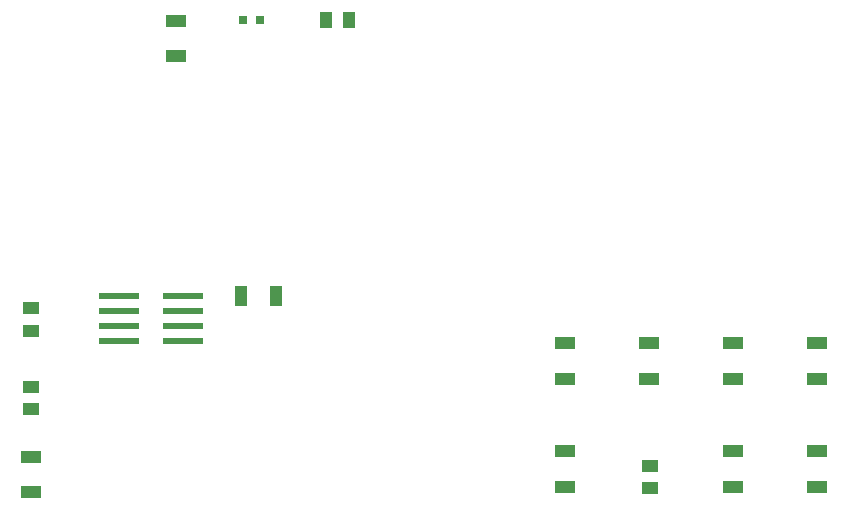
<source format=gtp>
G04*
G04 #@! TF.GenerationSoftware,Altium Limited,Altium Designer,22.0.2 (36)*
G04*
G04 Layer_Color=8421504*
%FSLAX25Y25*%
%MOIN*%
G70*
G04*
G04 #@! TF.SameCoordinates,7413C347-F83B-4BEA-81E0-1AD2B0EE7C59*
G04*
G04*
G04 #@! TF.FilePolarity,Positive*
G04*
G01*
G75*
%ADD19R,0.03937X0.05709*%
%ADD20R,0.05709X0.03937*%
%ADD21R,0.07100X0.04400*%
%ADD22R,0.03150X0.03150*%
%ADD23R,0.04400X0.07100*%
%ADD24R,0.13386X0.02362*%
D19*
X137980Y179500D02*
D03*
X130500D02*
D03*
D20*
X32000Y76000D02*
D03*
Y83480D02*
D03*
Y49780D02*
D03*
Y57260D02*
D03*
X238550Y31040D02*
D03*
Y23560D02*
D03*
D21*
X32000Y22200D02*
D03*
Y34000D02*
D03*
X80500Y179400D02*
D03*
Y167600D02*
D03*
X294000Y71900D02*
D03*
Y60100D02*
D03*
X266000Y71900D02*
D03*
Y60100D02*
D03*
X238000Y71900D02*
D03*
Y60100D02*
D03*
X210000Y71900D02*
D03*
Y60100D02*
D03*
X294000Y24100D02*
D03*
Y35900D02*
D03*
X266000Y24100D02*
D03*
Y35900D02*
D03*
X210000Y24100D02*
D03*
Y35900D02*
D03*
D22*
X102600Y179500D02*
D03*
X108505D02*
D03*
D23*
X102000Y87500D02*
D03*
X113800D02*
D03*
D24*
X82630D02*
D03*
Y82500D02*
D03*
Y77500D02*
D03*
Y72500D02*
D03*
X61370D02*
D03*
Y77500D02*
D03*
Y82500D02*
D03*
Y87500D02*
D03*
M02*

</source>
